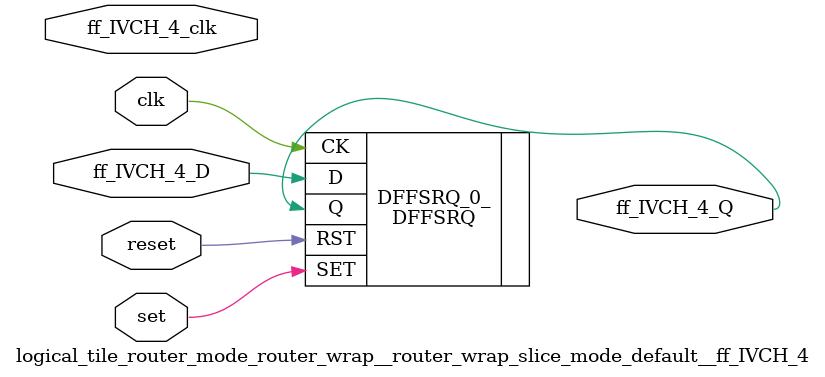
<source format=v>
`default_nettype none

module logical_tile_router_mode_router_wrap__router_wrap_slice_mode_default__ff_IVCH_4(set,
                                                                                       reset,
                                                                                       clk,
                                                                                       ff_IVCH_4_D,
                                                                                       ff_IVCH_4_Q,
                                                                                       ff_IVCH_4_clk);
//----- GLOBAL PORTS -----
input [0:0] set;
//----- GLOBAL PORTS -----
input [0:0] reset;
//----- GLOBAL PORTS -----
input [0:0] clk;
//----- INPUT PORTS -----
input [0:0] ff_IVCH_4_D;
//----- OUTPUT PORTS -----
output [0:0] ff_IVCH_4_Q;
//----- CLOCK PORTS -----
input [0:0] ff_IVCH_4_clk;

//----- BEGIN wire-connection ports -----
wire [0:0] ff_IVCH_4_D;
wire [0:0] ff_IVCH_4_Q;
wire [0:0] ff_IVCH_4_clk;
//----- END wire-connection ports -----


//----- BEGIN Registered ports -----
//----- END Registered ports -----



// ----- BEGIN Local short connections -----
// ----- END Local short connections -----
// ----- BEGIN Local output short connections -----
// ----- END Local output short connections -----

	DFFSRQ DFFSRQ_0_ (
		.SET(set),
		.RST(reset),
		.CK(clk),
		.D(ff_IVCH_4_D),
		.Q(ff_IVCH_4_Q));

endmodule
// ----- END Verilog module for logical_tile_router_mode_router_wrap__router_wrap_slice_mode_default__ff_IVCH_4 -----

//----- Default net type -----
`default_nettype wire




</source>
